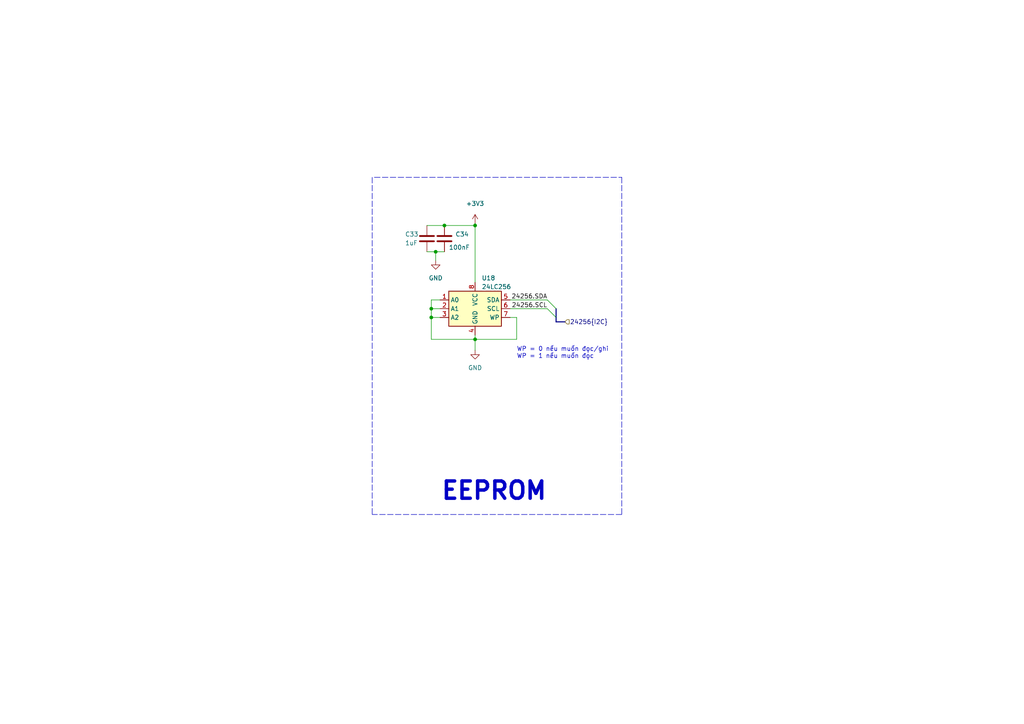
<source format=kicad_sch>
(kicad_sch (version 20211123) (generator eeschema)
  (paper "A4")
  (lib_symbols
    (symbol "Device:C" (pin_numbers hide) (pin_names (offset 0.254))
      (property "Reference" "C" (at 0.635 2.54 0))
      (property "Value" "C" (at 0.635 -2.54 0))
      (symbol "C_0_1"
        (polyline (pts (xy -2.032 -0.762) (xy 2.032 -0.762)) (stroke (width 0.508)))
        (polyline (pts (xy -2.032 0.762) (xy 2.032 0.762)) (stroke (width 0.508)))
      )
      (symbol "C_1_1"
        (pin passive line (at 0 3.81 270) (length 2.794) (name "~") (number "1"))
        (pin passive line (at 0 -3.81 90) (length 2.794) (name "~") (number "2"))
      )
    )
    (symbol "Memory_EEPROM:24LC256"
      (property "Reference" "U" (at -6.35 6.35 0))
      (property "Value" "24LC256" (at 1.27 6.35 0))
      (symbol "24LC256_1_1"
        (rectangle (start -7.62 5.08) (end 7.62 -5.08) (stroke (width 0.254)) (fill (type background)))
        (pin input line (at -10.16 2.54 0) (length 2.54) (name "A0") (number "1"))
        (pin input line (at -10.16 0 0) (length 2.54) (name "A1") (number "2"))
        (pin input line (at -10.16 -2.54 0) (length 2.54) (name "A2") (number "3"))
        (pin power_in line (at 0 -7.62 90) (length 2.54) (name "GND") (number "4"))
        (pin bidirectional line (at 10.16 2.54 180) (length 2.54) (name "SDA") (number "5"))
        (pin input line (at 10.16 0 180) (length 2.54) (name "SCL") (number "6"))
        (pin input line (at 10.16 -2.54 180) (length 2.54) (name "WP") (number "7"))
        (pin power_in line (at 0 7.62 270) (length 2.54) (name "VCC") (number "8"))
      )
    )
    (symbol "power:+3V3" (power) (pin_names (offset 0))
      (property "Value" "+3V3" (at 0 3.556 0))
      (symbol "+3V3_0_1"
        (polyline (pts (xy -0.762 1.27) (xy 0 2.54)))
        (polyline (pts (xy 0 0) (xy 0 2.54)))
        (polyline (pts (xy 0 2.54) (xy 0.762 1.27)))
      )
      (symbol "+3V3_1_1"
        (pin power_in line (at 0 0 90) (length 0) hide (name "+3V3") (number "1"))
      )
    )
    (symbol "power:GND" (power) (pin_names (offset 0))
      (property "Value" "GND" (at 0 -3.81 0))
      (symbol "GND_0_1"
        (polyline (pts (xy 0 0) (xy 0 -1.27) (xy 1.27 -1.27) (xy 0 -2.54) (xy -1.27 -1.27) (xy 0 -1.27)))
      )
      (symbol "GND_1_1"
        (pin power_in line (at 0 0 270) (length 0) hide (name "GND") (number "1"))
      )
    )
  )
  (junction (at 128.905 65.405))
  (junction (at 125.095 92.075))
  (junction (at 125.095 89.535))
  (junction (at 126.365 73.025))
  (junction (at 137.795 98.425))
  (junction (at 137.795 65.405))
  (bus_entry (at 158.75 86.995) (size 2.54 2.54))
  (bus_entry (at 158.75 89.535) (size 2.54 2.54))
  (wire (pts (xy 125.095 92.075) (xy 125.095 98.425)))
  (wire (pts (xy 147.955 89.535) (xy 158.75 89.535)))
  (wire (pts (xy 147.955 86.995) (xy 158.75 86.995)))
  (wire (pts (xy 128.905 65.405) (xy 137.795 65.405)))
  (polyline (pts (xy 180.34 149.225) (xy 107.95 149.225)))
  (wire (pts (xy 123.825 73.025) (xy 126.365 73.025)))
  (polyline (pts (xy 108.585 51.435) (xy 180.34 51.435)))
  (wire (pts (xy 127.635 92.075) (xy 125.095 92.075)))
  (bus (pts (xy 161.29 89.535) (xy 161.29 92.075)))
  (wire (pts (xy 126.365 73.025) (xy 128.905 73.025)))
  (wire (pts (xy 149.86 92.075) (xy 149.86 98.425)))
  (wire (pts (xy 137.795 64.77) (xy 137.795 65.405)))
  (polyline (pts (xy 107.95 51.435) (xy 107.95 149.225)))
  (bus (pts (xy 161.29 93.345) (xy 163.83 93.345)))
  (wire (pts (xy 137.795 98.425) (xy 137.795 97.155)))
  (wire (pts (xy 149.86 98.425) (xy 137.795 98.425)))
  (wire (pts (xy 126.365 75.565) (xy 126.365 73.025)))
  (wire (pts (xy 123.825 65.405) (xy 128.905 65.405)))
  (polyline (pts (xy 180.34 51.435) (xy 180.34 149.225)))
  (wire (pts (xy 125.095 89.535) (xy 125.095 92.075)))
  (wire (pts (xy 137.795 98.425) (xy 137.795 101.6)))
  (wire (pts (xy 125.095 98.425) (xy 137.795 98.425)))
  (wire (pts (xy 125.095 86.995) (xy 125.095 89.535)))
  (wire (pts (xy 125.095 89.535) (xy 127.635 89.535)))
  (bus (pts (xy 161.29 92.075) (xy 161.29 93.345)))
  (wire (pts (xy 147.955 92.075) (xy 149.86 92.075)))
  (wire (pts (xy 137.795 65.405) (xy 137.795 81.915)))
  (wire (pts (xy 127.635 86.995) (xy 125.095 86.995)))
  (text "EEPROM" (at 127.635 145.415 0) (effects (font (size 5 5) bold) (justify left bottom)))
  (text "WP = 0 nếu muốn đọc/ghi\nWP = 1 nếu muốn đọc" (at 149.86 104.14 0) (effects (font (size 1.27 1.27)) (justify left bottom)))
  (label "24256.SCL" (at 158.75 89.535 180))
  (label "24256.SDA" (at 158.75 86.995 180))
  (hierarchical_label "24256{I2C}" (shape input) (at 163.83 93.345 0))
  (symbol (lib_id "Device:C") (at 128.905 69.215 0) (unit 1)
    (property "Reference" "C34" (at 132.08 67.9449 0) (effects (justify left)))
    (property "Value" "100nF" (at 130.175 71.755 0) (effects (justify left)))
    (property "Footprint" "IVS_FOOTPRINTS:C0603" (effects hide))
  )
  (symbol (lib_id "power:GND") (at 137.795 101.6 0) (unit 1)
    (property "Reference" "#PWR0160" (effects hide))
    (property "Value" "GND" (at 137.795 106.68 0))
  )
  (symbol (lib_id "power:GND") (at 126.365 75.565 0) (unit 1)
    (property "Reference" "#PWR0158" (effects hide))
    (property "Value" "GND" (at 126.365 80.645 0))
  )
  (symbol (lib_id "Device:C") (at 123.825 69.215 0) (unit 1)
    (property "Reference" "C33" (at 117.475 67.945 0) (effects (justify left)))
    (property "Value" "1uF" (at 117.475 70.485 0) (effects (justify left)))
    (property "Footprint" "IVS_FOOTPRINTS:C0603" (effects hide))
  )
  (symbol (lib_id "power:+3V3") (at 137.795 64.77 0) (unit 1)
    (property "Reference" "#PWR0159" (effects hide))
    (property "Value" "+3V3" (at 137.795 59.055 0))
  )
  (symbol (lib_id "Memory_EEPROM:24LC256") (at 137.795 89.535 0) (unit 1)
    (property "Reference" "U18" (at 139.7 80.645 0) (effects (justify left)))
    (property "Value" "24LC256" (at 139.7 83.185 0) (effects (justify left)))
    (property "Footprint" "IVS_FOOTPRINTS:SOIC-8_3.9x4.9mm_P1.27mm" (effects hide))
    (property "Datasheet" "http://ww1.microchip.com/downloads/en/devicedoc/21203m.pdf" (effects hide))
  )
)
</source>
